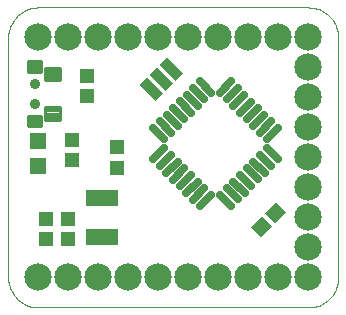
<source format=gts>
G75*
G70*
%OFA0B0*%
%FSLAX24Y24*%
%IPPOS*%
%LPD*%
%AMOC8*
5,1,8,0,0,1.08239X$1,22.5*
%
%ADD10C,0.0000*%
%ADD11C,0.0250*%
%ADD12R,0.0356X0.0749*%
%ADD13R,0.0474X0.0513*%
%ADD14R,0.0513X0.0474*%
%ADD15C,0.0907*%
%ADD16R,0.1064X0.0552*%
%ADD17R,0.0552X0.0552*%
%ADD18C,0.0356*%
%ADD19C,0.0087*%
%ADD20C,0.0107*%
D10*
X001500Y000500D02*
X010500Y000500D01*
X010560Y000502D01*
X010621Y000507D01*
X010680Y000516D01*
X010739Y000529D01*
X010798Y000545D01*
X010855Y000565D01*
X010910Y000588D01*
X010965Y000615D01*
X011017Y000644D01*
X011068Y000677D01*
X011117Y000713D01*
X011163Y000751D01*
X011207Y000793D01*
X011249Y000837D01*
X011287Y000883D01*
X011323Y000932D01*
X011356Y000983D01*
X011385Y001035D01*
X011412Y001090D01*
X011435Y001145D01*
X011455Y001202D01*
X011471Y001261D01*
X011484Y001320D01*
X011493Y001379D01*
X011498Y001440D01*
X011500Y001500D01*
X011500Y009500D01*
X011498Y009560D01*
X011493Y009621D01*
X011484Y009680D01*
X011471Y009739D01*
X011455Y009798D01*
X011435Y009855D01*
X011412Y009910D01*
X011385Y009965D01*
X011356Y010017D01*
X011323Y010068D01*
X011287Y010117D01*
X011249Y010163D01*
X011207Y010207D01*
X011163Y010249D01*
X011117Y010287D01*
X011068Y010323D01*
X011017Y010356D01*
X010965Y010385D01*
X010910Y010412D01*
X010855Y010435D01*
X010798Y010455D01*
X010739Y010471D01*
X010680Y010484D01*
X010621Y010493D01*
X010560Y010498D01*
X010500Y010500D01*
X001500Y010500D01*
X001440Y010498D01*
X001379Y010493D01*
X001320Y010484D01*
X001261Y010471D01*
X001202Y010455D01*
X001145Y010435D01*
X001090Y010412D01*
X001035Y010385D01*
X000983Y010356D01*
X000932Y010323D01*
X000883Y010287D01*
X000837Y010249D01*
X000793Y010207D01*
X000751Y010163D01*
X000713Y010117D01*
X000677Y010068D01*
X000644Y010017D01*
X000615Y009965D01*
X000588Y009910D01*
X000565Y009855D01*
X000545Y009798D01*
X000529Y009739D01*
X000516Y009680D01*
X000507Y009621D01*
X000502Y009560D01*
X000500Y009500D01*
X000500Y001500D01*
X000502Y001440D01*
X000507Y001379D01*
X000516Y001320D01*
X000529Y001261D01*
X000545Y001202D01*
X000565Y001145D01*
X000588Y001090D01*
X000615Y001035D01*
X000644Y000983D01*
X000677Y000932D01*
X000713Y000883D01*
X000751Y000837D01*
X000793Y000793D01*
X000837Y000751D01*
X000883Y000713D01*
X000932Y000677D01*
X000983Y000644D01*
X001035Y000615D01*
X001090Y000588D01*
X001145Y000565D01*
X001202Y000545D01*
X001261Y000529D01*
X001320Y000516D01*
X001379Y000507D01*
X001440Y000502D01*
X001500Y000500D01*
X001237Y007290D02*
X001239Y007313D01*
X001245Y007336D01*
X001255Y007357D01*
X001268Y007377D01*
X001284Y007394D01*
X001303Y007408D01*
X001324Y007418D01*
X001346Y007425D01*
X001369Y007428D01*
X001393Y007427D01*
X001415Y007422D01*
X001437Y007413D01*
X001457Y007401D01*
X001475Y007385D01*
X001489Y007367D01*
X001501Y007347D01*
X001509Y007325D01*
X001513Y007302D01*
X001513Y007278D01*
X001509Y007255D01*
X001501Y007233D01*
X001489Y007213D01*
X001475Y007195D01*
X001457Y007179D01*
X001437Y007167D01*
X001415Y007158D01*
X001393Y007153D01*
X001369Y007152D01*
X001346Y007155D01*
X001324Y007162D01*
X001303Y007172D01*
X001284Y007186D01*
X001268Y007203D01*
X001255Y007223D01*
X001245Y007244D01*
X001239Y007267D01*
X001237Y007290D01*
X001237Y007960D02*
X001239Y007983D01*
X001245Y008006D01*
X001255Y008027D01*
X001268Y008047D01*
X001284Y008064D01*
X001303Y008078D01*
X001324Y008088D01*
X001346Y008095D01*
X001369Y008098D01*
X001393Y008097D01*
X001415Y008092D01*
X001437Y008083D01*
X001457Y008071D01*
X001475Y008055D01*
X001489Y008037D01*
X001501Y008017D01*
X001509Y007995D01*
X001513Y007972D01*
X001513Y007948D01*
X001509Y007925D01*
X001501Y007903D01*
X001489Y007883D01*
X001475Y007865D01*
X001457Y007849D01*
X001437Y007837D01*
X001415Y007828D01*
X001393Y007823D01*
X001369Y007822D01*
X001346Y007825D01*
X001324Y007832D01*
X001303Y007842D01*
X001284Y007856D01*
X001268Y007873D01*
X001255Y007893D01*
X001245Y007914D01*
X001239Y007937D01*
X001237Y007960D01*
D11*
X005330Y006479D02*
X005704Y006105D01*
X005926Y006327D02*
X005552Y006701D01*
X005775Y006924D02*
X006149Y006550D01*
X006372Y006773D02*
X005998Y007147D01*
X006220Y007369D02*
X006594Y006995D01*
X006817Y007218D02*
X006443Y007592D01*
X006665Y007814D02*
X007039Y007440D01*
X007262Y007663D02*
X006888Y008037D01*
X007553Y007663D02*
X007927Y008037D01*
X008153Y007811D02*
X007779Y007437D01*
X007998Y007218D02*
X008372Y007592D01*
X008598Y007365D02*
X008224Y006991D01*
X008444Y006772D02*
X008818Y007146D01*
X009037Y006927D02*
X008663Y006553D01*
X008889Y006327D02*
X009263Y006701D01*
X009489Y006474D02*
X009115Y006100D01*
X009114Y005811D02*
X009488Y005437D01*
X009266Y005214D02*
X008892Y005588D01*
X008669Y005366D02*
X009043Y004992D01*
X008820Y004769D02*
X008446Y005143D01*
X008224Y004920D02*
X008598Y004546D01*
X008375Y004324D02*
X008001Y004698D01*
X007778Y004475D02*
X008152Y004101D01*
X007934Y003880D02*
X007560Y004254D01*
X007258Y004246D02*
X006884Y003872D01*
X006662Y004099D02*
X007036Y004473D01*
X006809Y004699D02*
X006435Y004325D01*
X006216Y004545D02*
X006590Y004919D01*
X006371Y005138D02*
X005997Y004764D01*
X005771Y004990D02*
X006145Y005364D01*
X005926Y005583D02*
X005552Y005209D01*
X005325Y005436D02*
X005699Y005810D01*
D12*
G36*
X005666Y007648D02*
X005414Y007396D01*
X004886Y007924D01*
X005138Y008176D01*
X005666Y007648D01*
G37*
G36*
X006000Y007982D02*
X005748Y007730D01*
X005220Y008258D01*
X005472Y008510D01*
X006000Y007982D01*
G37*
G36*
X006334Y008316D02*
X006082Y008064D01*
X005554Y008592D01*
X005806Y008844D01*
X006334Y008316D01*
G37*
D13*
X004125Y005835D03*
X004125Y005165D03*
X002625Y005415D03*
X002625Y006085D03*
X003125Y007540D03*
X003125Y008210D03*
X002500Y003460D03*
X002500Y002790D03*
X001750Y002790D03*
X001750Y003460D03*
D14*
G36*
X009291Y003206D02*
X008930Y002845D01*
X008595Y003180D01*
X008956Y003541D01*
X009291Y003206D01*
G37*
G36*
X009765Y003680D02*
X009404Y003319D01*
X009069Y003654D01*
X009430Y004015D01*
X009765Y003680D01*
G37*
D15*
X010500Y003500D03*
X010500Y002500D03*
X010500Y001500D03*
X009500Y001500D03*
X008500Y001500D03*
X007500Y001500D03*
X006500Y001500D03*
X005500Y001500D03*
X004500Y001500D03*
X003500Y001500D03*
X002500Y001500D03*
X001500Y001500D03*
X001500Y009500D03*
X002500Y009500D03*
X003500Y009500D03*
X004500Y009500D03*
X005500Y009500D03*
X006500Y009500D03*
X007500Y009500D03*
X008500Y009500D03*
X009500Y009500D03*
X010500Y009500D03*
X010500Y008500D03*
X010500Y007500D03*
X010500Y006500D03*
X010500Y005500D03*
X010500Y004500D03*
D16*
X003625Y004150D03*
X003625Y002850D03*
D17*
X001500Y005212D03*
X001500Y006038D03*
D18*
X001375Y007290D03*
X001375Y007960D03*
D19*
X001142Y008357D02*
X001142Y008705D01*
X001608Y008705D01*
X001608Y008357D01*
X001142Y008357D01*
X001142Y008443D02*
X001608Y008443D01*
X001608Y008529D02*
X001142Y008529D01*
X001142Y008615D02*
X001608Y008615D01*
X001608Y008701D02*
X001142Y008701D01*
X001142Y006893D02*
X001142Y006545D01*
X001142Y006893D02*
X001608Y006893D01*
X001608Y006545D01*
X001142Y006545D01*
X001142Y006631D02*
X001608Y006631D01*
X001608Y006717D02*
X001142Y006717D01*
X001142Y006803D02*
X001608Y006803D01*
X001608Y006889D02*
X001142Y006889D01*
D20*
X001725Y006753D02*
X001725Y007179D01*
X002211Y007179D01*
X002211Y006753D01*
X001725Y006753D01*
X001725Y006859D02*
X002211Y006859D01*
X002211Y006965D02*
X001725Y006965D01*
X001725Y007071D02*
X002211Y007071D01*
X002211Y007177D02*
X001725Y007177D01*
X001725Y008071D02*
X001725Y008497D01*
X002211Y008497D01*
X002211Y008071D01*
X001725Y008071D01*
X001725Y008177D02*
X002211Y008177D01*
X002211Y008283D02*
X001725Y008283D01*
X001725Y008389D02*
X002211Y008389D01*
X002211Y008495D02*
X001725Y008495D01*
M02*

</source>
